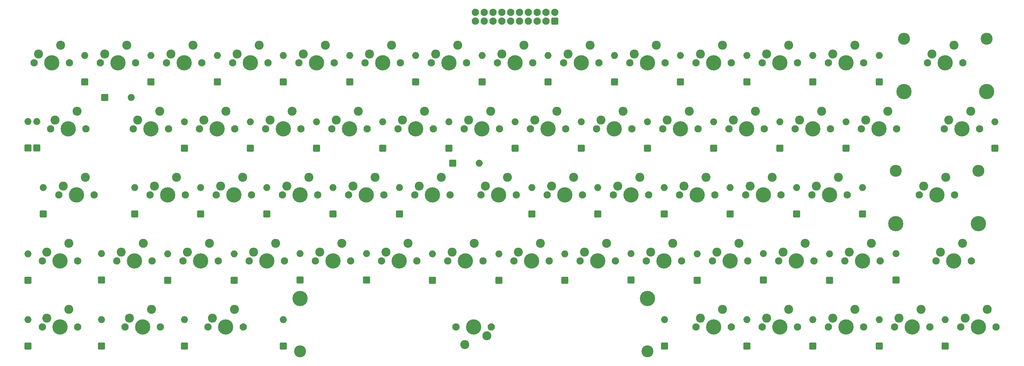
<source format=gbs>
G04 #@! TF.GenerationSoftware,KiCad,Pcbnew,(6.0.9)*
G04 #@! TF.CreationDate,2022-12-02T20:03:16-05:00*
G04 #@! TF.ProjectId,Part 7 - Keyboard Basic,50617274-2037-4202-9d20-4b6579626f61,rev?*
G04 #@! TF.SameCoordinates,Original*
G04 #@! TF.FileFunction,Soldermask,Bot*
G04 #@! TF.FilePolarity,Negative*
%FSLAX46Y46*%
G04 Gerber Fmt 4.6, Leading zero omitted, Abs format (unit mm)*
G04 Created by KiCad (PCBNEW (6.0.9)) date 2022-12-02 20:03:16*
%MOMM*%
%LPD*%
G01*
G04 APERTURE LIST*
G04 Aperture macros list*
%AMRoundRect*
0 Rectangle with rounded corners*
0 $1 Rounding radius*
0 $2 $3 $4 $5 $6 $7 $8 $9 X,Y pos of 4 corners*
0 Add a 4 corners polygon primitive as box body*
4,1,4,$2,$3,$4,$5,$6,$7,$8,$9,$2,$3,0*
0 Add four circle primitives for the rounded corners*
1,1,$1+$1,$2,$3*
1,1,$1+$1,$4,$5*
1,1,$1+$1,$6,$7*
1,1,$1+$1,$8,$9*
0 Add four rect primitives between the rounded corners*
20,1,$1+$1,$2,$3,$4,$5,0*
20,1,$1+$1,$4,$5,$6,$7,0*
20,1,$1+$1,$6,$7,$8,$9,0*
20,1,$1+$1,$8,$9,$2,$3,0*%
G04 Aperture macros list end*
%ADD10RoundRect,0.200000X0.800000X-0.800000X0.800000X0.800000X-0.800000X0.800000X-0.800000X-0.800000X0*%
%ADD11O,2.000000X2.000000*%
%ADD12C,4.400000*%
%ADD13C,2.100000*%
%ADD14C,2.600000*%
%ADD15RoundRect,0.200000X-0.800000X-0.800000X0.800000X-0.800000X0.800000X0.800000X-0.800000X0.800000X0*%
%ADD16C,3.450000*%
%ADD17RoundRect,0.450000X0.600000X-0.600000X0.600000X0.600000X-0.600000X0.600000X-0.600000X-0.600000X0*%
G04 APERTURE END LIST*
D10*
X137750000Y-122957107D03*
D11*
X137750000Y-115337107D03*
D12*
X85275000Y-60282107D03*
D13*
X90355000Y-60282107D03*
X80195000Y-60282107D03*
D14*
X87815000Y-55202107D03*
X81465000Y-57742107D03*
D13*
X189732500Y-98382107D03*
D12*
X194812500Y-98382107D03*
D13*
X199892500Y-98382107D03*
D14*
X197352500Y-93302107D03*
X191002500Y-95842107D03*
D13*
X270695000Y-60282107D03*
D12*
X275775000Y-60282107D03*
D13*
X280855000Y-60282107D03*
D14*
X278315000Y-55202107D03*
X271965000Y-57742107D03*
D10*
X247250000Y-65767107D03*
D11*
X247250000Y-58147107D03*
D10*
X247250000Y-141967107D03*
D11*
X247250000Y-134347107D03*
D13*
X214180000Y-79332107D03*
D12*
X209100000Y-79332107D03*
D13*
X204020000Y-79332107D03*
D14*
X211640000Y-74252107D03*
X205290000Y-76792107D03*
D12*
X49556250Y-117432107D03*
D13*
X44476250Y-117432107D03*
X54636250Y-117432107D03*
D14*
X52096250Y-112352107D03*
X45746250Y-114892107D03*
D12*
X199575000Y-60282107D03*
D13*
X204655000Y-60282107D03*
X194495000Y-60282107D03*
D14*
X202115000Y-55202107D03*
X195765000Y-57742107D03*
D13*
X95117000Y-117432200D03*
D12*
X90037000Y-117432200D03*
D13*
X84957000Y-117432200D03*
D14*
X92577000Y-112352200D03*
X86227000Y-114892200D03*
D10*
X190050000Y-65767107D03*
D11*
X190050000Y-58147107D03*
D10*
X194850000Y-122967107D03*
D11*
X194850000Y-115347107D03*
D10*
X180550000Y-84867107D03*
D11*
X180550000Y-77247107D03*
D10*
X94850000Y-65757107D03*
D11*
X94850000Y-58137107D03*
D10*
X256750000Y-84867107D03*
D11*
X256750000Y-77247107D03*
D10*
X113850000Y-141957107D03*
D11*
X113850000Y-134337107D03*
D12*
X49556250Y-136482107D03*
D13*
X54636250Y-136482107D03*
X44476250Y-136482107D03*
D14*
X52096250Y-131402107D03*
X45746250Y-133942107D03*
D10*
X271050000Y-122967107D03*
D11*
X271050000Y-115347107D03*
D13*
X237357000Y-117432200D03*
X247517000Y-117432200D03*
D12*
X242437000Y-117432200D03*
D14*
X244977000Y-112352200D03*
X238627000Y-114892200D03*
D12*
X213862500Y-98382107D03*
D13*
X218942500Y-98382107D03*
X208782500Y-98382107D03*
D14*
X216402500Y-93302107D03*
X210052500Y-95842107D03*
D13*
X223070000Y-79332300D03*
X233230000Y-79332300D03*
D12*
X228150000Y-79332300D03*
D14*
X230690000Y-74252300D03*
X224340000Y-76792300D03*
D12*
X94800000Y-79332107D03*
D13*
X99880000Y-79332107D03*
X89720000Y-79332107D03*
D14*
X97340000Y-74252107D03*
X90990000Y-76792107D03*
D10*
X161450000Y-84867107D03*
D11*
X161450000Y-77247107D03*
D10*
X251950000Y-122957107D03*
D11*
X251950000Y-115337107D03*
D10*
X99650000Y-122967107D03*
D11*
X99650000Y-115347107D03*
D13*
X99245000Y-60282107D03*
D12*
X104325000Y-60282107D03*
D13*
X109405000Y-60282107D03*
D14*
X106865000Y-55202107D03*
X100515000Y-57742107D03*
D10*
X42900000Y-84857107D03*
D11*
X42900000Y-77237107D03*
D10*
X40350000Y-122967107D03*
D11*
X40350000Y-115347107D03*
D15*
X62440000Y-70257107D03*
D11*
X70060000Y-70257107D03*
D10*
X61450000Y-122957107D03*
D11*
X61450000Y-115337107D03*
D10*
X113850000Y-65767107D03*
D11*
X113850000Y-58147107D03*
D10*
X40350000Y-141967107D03*
D11*
X40350000Y-134347107D03*
D13*
X152267000Y-117432200D03*
D12*
X147187000Y-117432200D03*
D13*
X142107000Y-117432200D03*
D14*
X149727000Y-112352200D03*
X143377000Y-114892200D03*
D10*
X185350000Y-103867107D03*
D11*
X185350000Y-96247107D03*
D12*
X142425000Y-60282107D03*
D13*
X137345000Y-60282107D03*
X147505000Y-60282107D03*
D14*
X144965000Y-55202107D03*
X138615000Y-57742107D03*
D10*
X142450000Y-84867107D03*
D11*
X142450000Y-77247107D03*
D12*
X151950000Y-79332107D03*
D13*
X157030000Y-79332107D03*
X146870000Y-79332107D03*
D14*
X154490000Y-74252107D03*
X148140000Y-76792107D03*
D10*
X128150000Y-103857107D03*
D11*
X128150000Y-96237107D03*
D10*
X56700000Y-65757107D03*
D11*
X56700000Y-58137107D03*
D13*
X227832500Y-98382107D03*
D12*
X232912500Y-98382107D03*
D13*
X237992500Y-98382107D03*
D14*
X235452500Y-93302107D03*
X229102500Y-95842107D03*
D10*
X85350000Y-141957107D03*
D11*
X85350000Y-134337107D03*
D10*
X85350000Y-84867107D03*
D11*
X85350000Y-77247107D03*
D10*
X290150000Y-122957107D03*
D11*
X290150000Y-115337107D03*
D10*
X261550000Y-103867107D03*
D11*
X261550000Y-96247107D03*
D10*
X285350000Y-65767107D03*
D11*
X285350000Y-58147107D03*
D10*
X123350000Y-84867107D03*
D11*
X123350000Y-77247107D03*
D13*
X252280000Y-79332000D03*
X242120000Y-79332000D03*
D12*
X247200000Y-79332000D03*
D14*
X249740000Y-74252000D03*
X243390000Y-76792000D03*
D10*
X199550000Y-84867107D03*
D11*
X199550000Y-77247107D03*
D10*
X104350000Y-84867107D03*
D11*
X104350000Y-77247107D03*
D10*
X118650000Y-122957107D03*
D11*
X118650000Y-115337107D03*
D10*
X280550000Y-103867107D03*
D11*
X280550000Y-96247107D03*
D13*
X42095000Y-60282107D03*
X52255000Y-60282107D03*
D12*
X47175000Y-60282107D03*
D14*
X49715000Y-55202107D03*
X43365000Y-57742107D03*
D10*
X285350000Y-141967107D03*
D11*
X285350000Y-134347107D03*
D13*
X304032500Y-79332000D03*
X314192500Y-79332000D03*
D12*
X309112500Y-79332000D03*
D14*
X311652500Y-74252000D03*
X305302500Y-76792000D03*
D13*
X299905000Y-136482200D03*
D12*
X294825000Y-136482200D03*
D13*
X289745000Y-136482200D03*
D14*
X297365000Y-131402200D03*
X291015000Y-133942200D03*
D13*
X275457000Y-117432200D03*
X285617000Y-117432200D03*
D12*
X280537000Y-117432200D03*
D14*
X283077000Y-112352200D03*
X276727000Y-114892200D03*
D12*
X161475000Y-60282107D03*
D13*
X156395000Y-60282107D03*
X166555000Y-60282107D03*
D14*
X164015000Y-55202107D03*
X157665000Y-57742107D03*
D13*
X195130000Y-79332107D03*
D12*
X190050000Y-79332107D03*
D13*
X184970000Y-79332107D03*
D14*
X192590000Y-74252107D03*
X186240000Y-76792107D03*
D10*
X61450000Y-141957107D03*
D11*
X61450000Y-134337107D03*
D13*
X161792500Y-98382107D03*
X151632500Y-98382107D03*
D12*
X156712500Y-98382107D03*
D14*
X159252500Y-93302107D03*
X152902500Y-95842107D03*
D10*
X237650000Y-84867107D03*
D11*
X237650000Y-77247107D03*
D13*
X213545000Y-60282107D03*
X223705000Y-60282107D03*
D12*
X218625000Y-60282107D03*
D14*
X221165000Y-55202107D03*
X214815000Y-57742107D03*
D12*
X99562500Y-98382107D03*
D13*
X104642500Y-98382107D03*
X94482500Y-98382107D03*
D14*
X102102500Y-93302107D03*
X95752500Y-95842107D03*
D13*
X246882500Y-98382107D03*
X257042500Y-98382107D03*
D12*
X251962500Y-98382107D03*
D14*
X254502500Y-93302107D03*
X248152500Y-95842107D03*
D10*
X223550000Y-141967107D03*
D11*
X223550000Y-134347107D03*
D10*
X175850000Y-122967107D03*
D11*
X175850000Y-115347107D03*
D10*
X209150000Y-65767107D03*
D11*
X209150000Y-58147107D03*
D13*
X270695000Y-136482200D03*
D12*
X275775000Y-136482200D03*
D13*
X280855000Y-136482200D03*
D14*
X278315000Y-131402200D03*
X271965000Y-133942200D03*
D10*
X213850000Y-122957107D03*
D11*
X213850000Y-115337107D03*
D12*
X70987000Y-117432200D03*
D13*
X65907000Y-117432200D03*
X76067000Y-117432200D03*
D14*
X73527000Y-112352200D03*
X67177000Y-114892200D03*
D10*
X80550000Y-122967107D03*
D11*
X80550000Y-115347107D03*
D10*
X90050000Y-103867107D03*
D11*
X90050000Y-96247107D03*
D10*
X151950000Y-65757107D03*
D11*
X151950000Y-58137107D03*
D13*
X185605000Y-60282107D03*
X175445000Y-60282107D03*
D12*
X180525000Y-60282107D03*
D14*
X183065000Y-55202107D03*
X176715000Y-57742107D03*
D12*
X171000000Y-79332107D03*
D13*
X165920000Y-79332107D03*
X176080000Y-79332107D03*
D14*
X173540000Y-74252107D03*
X167190000Y-76792107D03*
D13*
X261805000Y-60282107D03*
X251645000Y-60282107D03*
D12*
X256725000Y-60282107D03*
D14*
X259265000Y-55202107D03*
X252915000Y-57742107D03*
D10*
X266250000Y-65767107D03*
D11*
X266250000Y-58147107D03*
D10*
X232950000Y-122967107D03*
D11*
X232950000Y-115347107D03*
D10*
X75750000Y-65767107D03*
D11*
X75750000Y-58147107D03*
D16*
X118618500Y-143482000D03*
D12*
X118618500Y-128242000D03*
D13*
X163538500Y-136482000D03*
D16*
X218618500Y-143482000D03*
D12*
X168618500Y-136482000D03*
X218618500Y-128242000D03*
D13*
X173698500Y-136482000D03*
D14*
X166078500Y-141562000D03*
X172428500Y-139022000D03*
D10*
X44750000Y-103857107D03*
D11*
X44750000Y-96237107D03*
D13*
X209417000Y-117432200D03*
X199257000Y-117432200D03*
D12*
X204337000Y-117432200D03*
D14*
X206877000Y-112352200D03*
X200527000Y-114892200D03*
D12*
X313868750Y-106622107D03*
X290068750Y-106622107D03*
D13*
X307048750Y-98382107D03*
D16*
X313868750Y-91382107D03*
X290068750Y-91382107D03*
D12*
X301968750Y-98382107D03*
D13*
X296888750Y-98382107D03*
D14*
X304508750Y-93302107D03*
X298158750Y-95842107D03*
D12*
X109087000Y-117432200D03*
D13*
X114167000Y-117432200D03*
X104007000Y-117432200D03*
D14*
X111627000Y-112352200D03*
X105277000Y-114892200D03*
D13*
X59398750Y-98382107D03*
X49238750Y-98382107D03*
D12*
X54318750Y-98382107D03*
D14*
X56858750Y-93302107D03*
X50508750Y-95842107D03*
D10*
X242450000Y-103857107D03*
D11*
X242450000Y-96237107D03*
D13*
X218307000Y-117432200D03*
D12*
X223387000Y-117432200D03*
D13*
X228467000Y-117432200D03*
D14*
X225927000Y-112352200D03*
X219577000Y-114892200D03*
D10*
X204350000Y-103867107D03*
D11*
X204350000Y-96247107D03*
D13*
X242755000Y-60282107D03*
D12*
X237675000Y-60282107D03*
D13*
X232595000Y-60282107D03*
D14*
X240215000Y-55202107D03*
X233865000Y-57742107D03*
D15*
X162560000Y-89257107D03*
D11*
X170180000Y-89257107D03*
D10*
X71050000Y-103867107D03*
D11*
X71050000Y-96247107D03*
D10*
X304350000Y-141967107D03*
D11*
X304350000Y-134347107D03*
D13*
X137980000Y-79332107D03*
D12*
X132900000Y-79332107D03*
D13*
X127820000Y-79332107D03*
D14*
X135440000Y-74252107D03*
X129090000Y-76792107D03*
D13*
X113532500Y-98382107D03*
D12*
X118612500Y-98382107D03*
D13*
X123692500Y-98382107D03*
D14*
X121152500Y-93302107D03*
X114802500Y-95842107D03*
D13*
X256407000Y-117432200D03*
X266567000Y-117432200D03*
D12*
X261487000Y-117432200D03*
D14*
X264027000Y-112352200D03*
X257677000Y-114892200D03*
D13*
X128455000Y-60282107D03*
X118295000Y-60282107D03*
D12*
X123375000Y-60282107D03*
D14*
X125915000Y-55202107D03*
X119565000Y-57742107D03*
D10*
X40300000Y-84857107D03*
D11*
X40300000Y-77237107D03*
D13*
X301651300Y-117432200D03*
X311811300Y-117432200D03*
D12*
X306731300Y-117432200D03*
D14*
X309271300Y-112352200D03*
X302921300Y-114892200D03*
D10*
X147250000Y-103867107D03*
D11*
X147250000Y-96247107D03*
D10*
X109050000Y-103857107D03*
D11*
X109050000Y-96237107D03*
D12*
X166237000Y-117432200D03*
D13*
X171317000Y-117432200D03*
X161157000Y-117432200D03*
D14*
X168777000Y-112352200D03*
X162427000Y-114892200D03*
D10*
X156750000Y-122967107D03*
D11*
X156750000Y-115347107D03*
D10*
X228150000Y-65767107D03*
D11*
X228150000Y-58147107D03*
D13*
X290380000Y-79332000D03*
D12*
X285300000Y-79332000D03*
D13*
X280220000Y-79332000D03*
D14*
X287840000Y-74252000D03*
X281490000Y-76792000D03*
D10*
X132950000Y-65757107D03*
D11*
X132950000Y-58137107D03*
D10*
X223450000Y-103867107D03*
D11*
X223450000Y-96247107D03*
D13*
X276092400Y-98382107D03*
X265932400Y-98382107D03*
D12*
X271012400Y-98382107D03*
D14*
X273552400Y-93302107D03*
X267202400Y-95842107D03*
D12*
X237675000Y-136482000D03*
D13*
X242755000Y-136482000D03*
X232595000Y-136482000D03*
D14*
X240215000Y-131402000D03*
X233865000Y-133942000D03*
D12*
X66225000Y-60282107D03*
D13*
X61145000Y-60282107D03*
X71305000Y-60282107D03*
D14*
X68765000Y-55202107D03*
X62415000Y-57742107D03*
D13*
X142742500Y-98382107D03*
X132582500Y-98382107D03*
D12*
X137662500Y-98382107D03*
D14*
X140202500Y-93302107D03*
X133852500Y-95842107D03*
D13*
X251645000Y-136482200D03*
X261805000Y-136482200D03*
D12*
X256725000Y-136482200D03*
D14*
X259265000Y-131402200D03*
X252915000Y-133942200D03*
D13*
X308795000Y-136482200D03*
D12*
X313875000Y-136482200D03*
D13*
X318955000Y-136482200D03*
D14*
X316415000Y-131402200D03*
X310065000Y-133942200D03*
D13*
X80830000Y-79332107D03*
X70670000Y-79332107D03*
D12*
X75750000Y-79332107D03*
D14*
X78290000Y-74252107D03*
X71940000Y-76792107D03*
D13*
X271330000Y-79332000D03*
X261170000Y-79332000D03*
D12*
X266250000Y-79332000D03*
D14*
X268790000Y-74252000D03*
X262440000Y-76792000D03*
D13*
X68288750Y-136482107D03*
D12*
X73368750Y-136482107D03*
D13*
X78448750Y-136482107D03*
D14*
X75908750Y-131402107D03*
X69558750Y-133942107D03*
D10*
X171050000Y-65767107D03*
D11*
X171050000Y-58147107D03*
D13*
X190367000Y-117432200D03*
D12*
X185287000Y-117432200D03*
D13*
X180207000Y-117432200D03*
D14*
X187827000Y-112352200D03*
X181477000Y-114892200D03*
D13*
X108770000Y-79332107D03*
X118930000Y-79332107D03*
D12*
X113850000Y-79332107D03*
D14*
X116390000Y-74252107D03*
X110040000Y-76792107D03*
D13*
X123057000Y-117432200D03*
D12*
X128137000Y-117432200D03*
D13*
X133217000Y-117432200D03*
D14*
X130677000Y-112352200D03*
X124327000Y-114892200D03*
D12*
X316250000Y-68522100D03*
D13*
X309430000Y-60282100D03*
D12*
X292450000Y-68522100D03*
X304350000Y-60282100D03*
D16*
X316250000Y-53282100D03*
D13*
X299270000Y-60282100D03*
D16*
X292450000Y-53282100D03*
D14*
X306890000Y-55202100D03*
X300540000Y-57742100D03*
D13*
X75432500Y-98382107D03*
X85592500Y-98382107D03*
D12*
X80512500Y-98382107D03*
D14*
X83052500Y-93302107D03*
X76702500Y-95842107D03*
D10*
X218650000Y-84867107D03*
D11*
X218650000Y-77247107D03*
D13*
X92101250Y-136482107D03*
D12*
X97181250Y-136482107D03*
D13*
X102261250Y-136482107D03*
D14*
X99721250Y-131402107D03*
X93371250Y-133942107D03*
D10*
X275750000Y-84867107D03*
D11*
X275750000Y-77247107D03*
D13*
X170682500Y-98382107D03*
X180842500Y-98382107D03*
D12*
X175762500Y-98382107D03*
D14*
X178302500Y-93302107D03*
X171952500Y-95842107D03*
D10*
X266250000Y-141967107D03*
D11*
X266250000Y-134347107D03*
D12*
X51937500Y-79332107D03*
D13*
X57017500Y-79332107D03*
X46857500Y-79332107D03*
D14*
X54477500Y-74252107D03*
X48127500Y-76792107D03*
D10*
X318650000Y-84867107D03*
D11*
X318650000Y-77247107D03*
D17*
X191955000Y-48199607D03*
D13*
X191955000Y-45659607D03*
X189415000Y-48199607D03*
X189415000Y-45659607D03*
X186875000Y-48199607D03*
X186875000Y-45659607D03*
X184335000Y-48199607D03*
X184335000Y-45659607D03*
X181795000Y-48199607D03*
X181795000Y-45659607D03*
X179255000Y-48199607D03*
X179255000Y-45659607D03*
X176715000Y-48199607D03*
X176715000Y-45659607D03*
X174175000Y-48199607D03*
X174175000Y-45659607D03*
X171635000Y-48199607D03*
X171635000Y-45659607D03*
X169095000Y-48199607D03*
X169095000Y-45659607D03*
M02*

</source>
